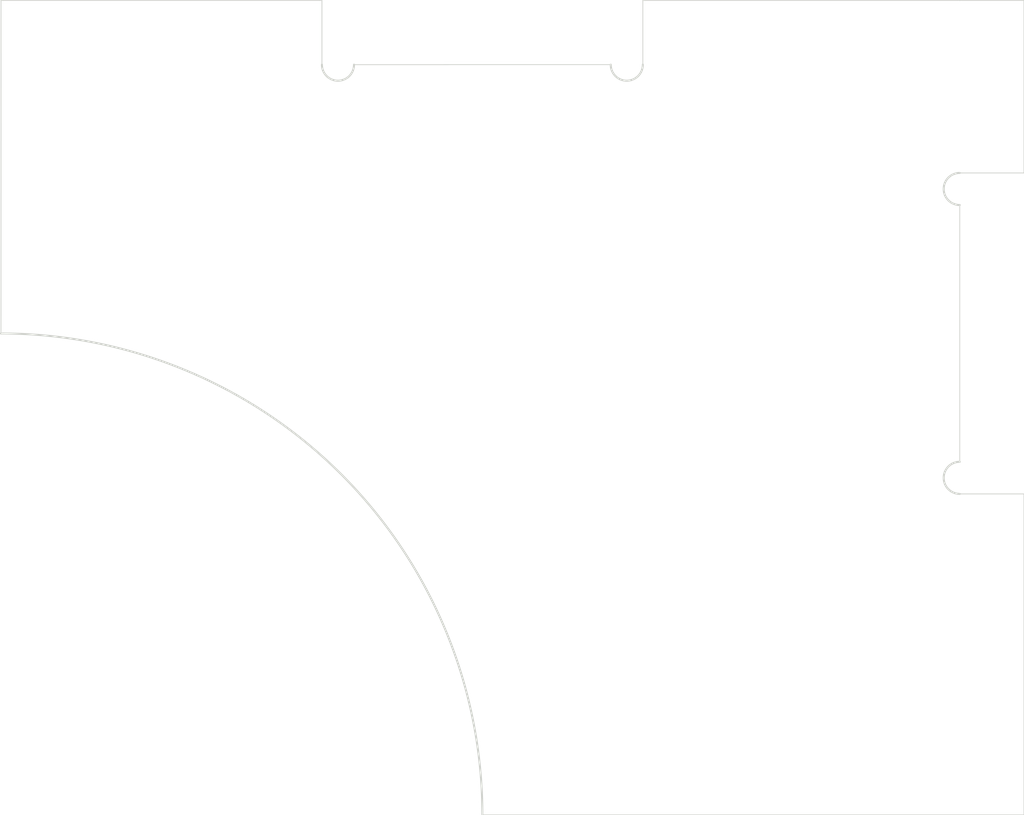
<source format=kicad_pcb>
(kicad_pcb (version 20171130) (host pcbnew 5.1.5+dfsg1-2build2)

  (general
    (thickness 1.6)
    (drawings 19)
    (tracks 0)
    (zones 0)
    (modules 0)
    (nets 1)
  )

  (page A4)
  (layers
    (0 F.Cu signal)
    (31 B.Cu signal)
    (32 B.Adhes user)
    (33 F.Adhes user)
    (34 B.Paste user)
    (35 F.Paste user)
    (36 B.SilkS user)
    (37 F.SilkS user)
    (38 B.Mask user)
    (39 F.Mask user)
    (40 Dwgs.User user)
    (41 Cmts.User user)
    (42 Eco1.User user)
    (43 Eco2.User user)
    (44 Edge.Cuts user)
    (45 Margin user)
    (46 B.CrtYd user)
    (47 F.CrtYd user)
    (48 B.Fab user)
    (49 F.Fab user)
  )

  (setup
    (last_trace_width 0.35)
    (trace_clearance 0.25)
    (zone_clearance 0.508)
    (zone_45_only no)
    (trace_min 0.3)
    (via_size 0.8)
    (via_drill 0.4)
    (via_min_size 0.5)
    (via_min_drill 0.4)
    (uvia_size 0.3)
    (uvia_drill 0.1)
    (uvias_allowed no)
    (uvia_min_size 0.2)
    (uvia_min_drill 0.1)
    (edge_width 0.05)
    (segment_width 0.2)
    (pcb_text_width 0.3)
    (pcb_text_size 1.5 1.5)
    (mod_edge_width 0.12)
    (mod_text_size 1 1)
    (mod_text_width 0.15)
    (pad_size 1.524 1.524)
    (pad_drill 0.762)
    (pad_to_mask_clearance 0.051)
    (solder_mask_min_width 0.25)
    (aux_axis_origin 0 0)
    (visible_elements FFFFFF7F)
    (pcbplotparams
      (layerselection 0x010fc_ffffffff)
      (usegerberextensions false)
      (usegerberattributes false)
      (usegerberadvancedattributes false)
      (creategerberjobfile false)
      (excludeedgelayer true)
      (linewidth 0.100000)
      (plotframeref false)
      (viasonmask false)
      (mode 1)
      (useauxorigin false)
      (hpglpennumber 1)
      (hpglpenspeed 20)
      (hpglpendiameter 15.000000)
      (psnegative false)
      (psa4output false)
      (plotreference true)
      (plotvalue true)
      (plotinvisibletext false)
      (padsonsilk false)
      (subtractmaskfromsilk false)
      (outputformat 1)
      (mirror false)
      (drillshape 1)
      (scaleselection 1)
      (outputdirectory ""))
  )

  (net 0 "")

  (net_class Default "This is the default net class."
    (clearance 0.25)
    (trace_width 0.35)
    (via_dia 0.8)
    (via_drill 0.4)
    (uvia_dia 0.3)
    (uvia_drill 0.1)
    (diff_pair_width 0.3)
    (diff_pair_gap 0.25)
  )

  (net_class Power ""
    (clearance 0.25)
    (trace_width 0.45)
    (via_dia 1)
    (via_drill 0.4)
    (uvia_dia 0.3)
    (uvia_drill 0.1)
    (diff_pair_width 0.3)
    (diff_pair_gap 0.25)
  )

  (gr_arc (start 190.88 94.662) (end 202.880002 94.662) (angle -90) (layer Edge.Cuts) (width 0.05))
  (gr_line (start 214.7801 78.66) (end 216.38 78.66) (layer Edge.Cuts) (width 0.02) (tstamp 5F3213E1))
  (gr_line (start 206.08 75.96) (end 199.6802 75.961) (layer Edge.Cuts) (width 0.02) (tstamp 5F3213E0))
  (gr_line (start 214.7801 74.359) (end 206.8798 74.359) (layer Edge.Cuts) (width 0.02) (tstamp 5F3213D6))
  (gr_line (start 216.38 75.961) (end 216.38 74.359) (layer Edge.Cuts) (width 0.02) (tstamp 5F3213D5))
  (gr_line (start 216.38 78.66) (end 216.38 75.961) (layer Edge.Cuts) (width 0.02) (tstamp 5F3213D4))
  (gr_arc (start 214.7801 86.261) (end 214.7801 85.861) (angle -180) (layer Edge.Cuts) (width 0.05) (tstamp 5F3213D3))
  (gr_line (start 214.7801 85.861) (end 214.7801 79.46) (layer Edge.Cuts) (width 0.02) (tstamp 5F3213CE))
  (gr_arc (start 199.2802 75.961) (end 198.8802 75.961) (angle -180) (layer Edge.Cuts) (width 0.05) (tstamp 5F3213C5))
  (gr_line (start 198.8802 74.359) (end 190.8809 74.359) (layer Edge.Cuts) (width 0.02) (tstamp 5F3213C2))
  (gr_line (start 216.38 74.359) (end 214.7801 74.359) (layer Edge.Cuts) (width 0.02) (tstamp 5F3213BD))
  (gr_line (start 198.8802 75.961) (end 198.8802 74.359) (layer Edge.Cuts) (width 0.02) (tstamp 5F3213BB))
  (gr_arc (start 214.7801 79.06) (end 214.7801 78.66) (angle -180) (layer Edge.Cuts) (width 0.05) (tstamp 5F3213B6))
  (gr_line (start 216.38 94.662) (end 216.38 86.661) (layer Edge.Cuts) (width 0.02) (tstamp 5F3213B0))
  (gr_line (start 206.8798 74.359) (end 206.8798 75.961) (layer Edge.Cuts) (width 0.02) (tstamp 5F3213AD))
  (gr_arc (start 206.4798 75.961) (end 206.0798 75.961) (angle -180) (layer Edge.Cuts) (width 0.05) (tstamp 5F3213AB))
  (gr_line (start 202.880002 94.662) (end 216.38 94.662) (layer Edge.Cuts) (width 0.02) (tstamp 5F3213A2))
  (gr_line (start 216.38 86.661) (end 214.7801 86.661) (layer Edge.Cuts) (width 0.02) (tstamp 5F3213A1))
  (gr_line (start 190.8809 74.359) (end 190.88 82.661998) (layer Edge.Cuts) (width 0.02) (tstamp 5F32139B))

)

</source>
